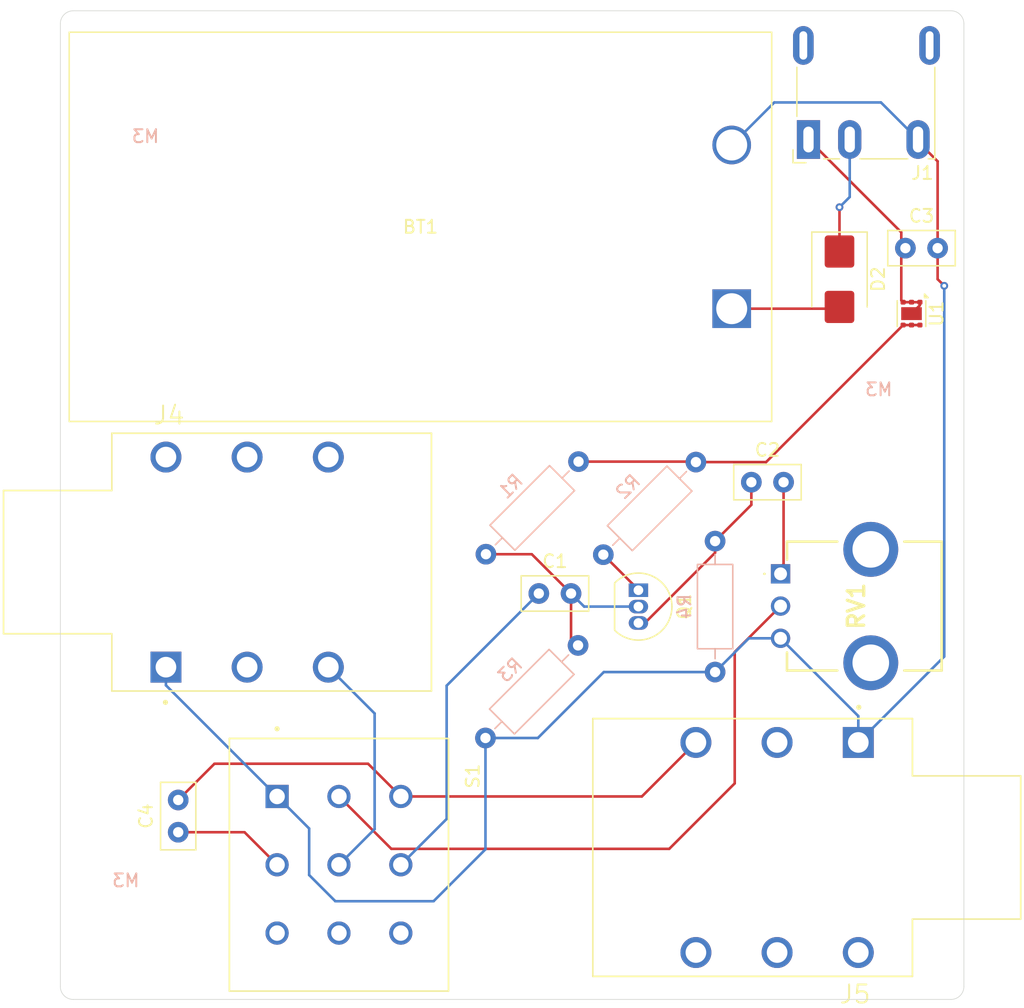
<source format=kicad_pcb>
(kicad_pcb (version 20241229) (generator "pcbnew") (generator_version "9.0")
  (title_block (title "Linear Power Booster") (date "2025-06-24") (rev "1") (company "Robert Thomas"))
  (layers (0 "F.Cu" signal) (2 "B.Cu" signal) (13 "F.Paste" user) (15 "B.Paste" user) (5 "F.SilkS" user "F.Silkscreen") (7 "B.SilkS" user "B.Silkscreen") (1 "F.Mask" user) (3 "B.Mask" user) (25 "Edge.Cuts" user))
  (net 0 "")
  (net 1 "Net-(BT1-+)")
  (net 2 "GND")
  (net 3 "Input_Signal")
  (net 4 "Net-(Q1-B)")
  (net 5 "Net-(Q1-E)")
  (net 6 "Net-(C3-Pad1)")
  (net 7 "Net-(C4-Pad2)")
  (net 8 "Net-(C4-Pad1)")
  (net 9 "Net-(D2-K)")
  (net 10 "Net-(Q1-C)")
  (net 11 "9V")
  (net 12 "Output_Signal")
  (net 20 "Net-(J4-Pad2)")
  (net 25 "Net-(RV1-CCW)")
  (footprint "Connector_BarrelJack:BarrelJack_CUI_PJ-079BH_Horizontal" (layer "F.Cu") (at 128.6165 41.916 180)
    (property "Reference" "J1" (at -9.8 -2.6 0) (layer "F.SilkS") (effects (justify right)))
    (property "Value" "9V")
    (fp_line (start 1.2 -1.8) (end 1.2 -0.8) (stroke (width 0.12)) (layer "F.SilkS"))
    (fp_line (start 1.2 -1.8) (end 0.2 -1.8) (stroke (width 0.12)) (layer "F.SilkS"))
    (fp_line (start 0.9 5.6) (end 0.9 1.8) (stroke (width 0.12)) (layer "F.SilkS"))
    (fp_line (start -1.2 -1.5) (end -2.4 -1.5) (stroke (width 0.12)) (layer "F.SilkS"))
    (fp_line (start -4 -1.5) (end -7.7 -1.5) (stroke (width 0.12)) (layer "F.SilkS"))
    (fp_line (start -9.3 -1.5) (end -9.8 -1.5) (stroke (width 0.12)) (layer "F.SilkS"))
    (fp_line (start -9.8 5.6) (end -9.8 -1.5) (stroke (width 0.12)) (layer "F.SilkS"))
    (pad "" np_thru_hole circle (at -3.2 6.3) (size 2.13 2.13) (drill 2.13) (layers "*.Cu" "*.Mask"))
    (pad "1" thru_hole rect (at 0 0) (size 1.8 3) (drill oval 0.8 2) (layers "*.Cu" "*.Mask") (net 6 "Net-(C3-Pad1)"))
    (pad "2" thru_hole oval (at -8.5 0) (size 1.8 3) (drill oval 0.8 2) (layers "*.Cu" "*.Mask") (net 2 "GND"))
    (pad "3" thru_hole oval (at -3.2 0) (size 1.8 3) (drill oval 0.8 2) (layers "*.Cu" "*.Mask") (net 9 "Net-(D2-K)"))
    (pad "SH" thru_hole oval (at -9.4 7.3) (size 1.6 3) (drill oval 0.6 2.2) (layers "*.Cu" "*.Mask"))
    (pad "SH" thru_hole oval (at 0.4 7.3) (size 1.6 3) (drill oval 0.6 2.2) (layers "*.Cu" "*.Mask"))
  )
  (footprint "Potentiometers PANEL CONTROL - 9MM-ST-CARBON:PTV09A4030FA104" (layer "F.Cu") (at 126.45 75.616 -90)
    (property "Reference" "RV1" (at 2.5 -5.875 90) (layer "F.SilkS") (effects (font (size 1.27 1.27) (thickness 0.254))))
    (property "Value" "100kΩ" (hide yes))
    (fp_line (start 0 1.3) (end 0 1.3) (stroke (width 0.1)) (layer "F.SilkS"))
    (fp_line (start 0 1.2) (end 0 1.2) (stroke (width 0.1)) (layer "F.SilkS"))
    (fp_line (start -2.5 -0.5) (end -1.1 -0.5) (stroke (width 0.2)) (layer "F.SilkS"))
    (fp_line (start 7.5 -0.5) (end 6.1 -0.5) (stroke (width 0.2)) (layer "F.SilkS"))
    (fp_line (start -2.5 -4.4) (end -2.5 -0.5) (stroke (width 0.2)) (layer "F.SilkS"))
    (fp_line (start 7.5 -4.4) (end 7.5 -0.5) (stroke (width 0.2)) (layer "F.SilkS"))
    (fp_line (start -2.5 -9.6) (end -2.5 -12.5) (stroke (width 0.2)) (layer "F.SilkS"))
    (fp_line (start -2.5 -12.5) (end 7.5 -12.5) (stroke (width 0.2)) (layer "F.SilkS"))
    (fp_line (start 7.5 -12.5) (end 7.5 -9.6) (stroke (width 0.2)) (layer "F.SilkS"))
    (fp_arc (start 0 1.3) (mid -0.05 1.25) (end 0 1.2) (stroke (width 0.1)) (layer "F.SilkS"))
    (fp_arc (start 0 1.2) (mid 0.05 1.25) (end 0 1.3) (stroke (width 0.1)) (layer "F.SilkS"))
    (pad "1" thru_hole rect (at 0 0 270) (size 1.5 1.5) (drill 1) (layers "*.Cu" "*.Mask") (net 25 "Net-(RV1-CCW)"))
    (pad "2" thru_hole circle (at 2.5 0 270) (size 1.5 1.5) (drill 1) (layers "*.Cu" "*.Mask") (net 12 "Output_Signal"))
    (pad "3" thru_hole circle (at 5 0 270) (size 1.5 1.5) (drill 1) (layers "*.Cu" "*.Mask") (net 2 "GND"))
    (pad "4" thru_hole circle (at -1.9 -7 270) (size 4.26 4.26) (drill 2.84) (layers "*.Cu" "*.Mask"))
    (pad "5" thru_hole circle (at 6.9 -7 270) (size 4.26 4.26) (drill 2.84) (layers "*.Cu" "*.Mask"))
  )
  (footprint "Capacitor_THT:C_Disc_D5.0mm_W2.5mm_P2.50mm" (layer "F.Cu") (at 136.1365 50.3445)
    (property "Reference" "C3" (at 1.25 -2.5 0) (layer "F.SilkS"))
    (property "Value" "1µF")
    (fp_line (start -1.37 -1.37) (end -1.37 1.37) (stroke (width 0.12)) (layer "F.SilkS"))
    (fp_line (start -1.37 -1.37) (end 3.87 -1.37) (stroke (width 0.12)) (layer "F.SilkS"))
    (fp_line (start -1.37 1.37) (end 3.87 1.37) (stroke (width 0.12)) (layer "F.SilkS"))
    (fp_line (start 3.87 -1.37) (end 3.87 1.37) (stroke (width 0.12)) (layer "F.SilkS"))
    (pad "1" thru_hole circle (at 0 0) (size 1.6 1.6) (drill 0.8) (layers "*.Cu" "*.Mask") (net 6 "Net-(C3-Pad1)"))
    (pad "2" thru_hole circle (at 2.5 0) (size 1.6 1.6) (drill 0.8) (layers "*.Cu" "*.Mask") (net 2 "GND"))
  )
  (footprint "Battery:BatteryHolder_Eagle_12BH611-GR" (layer "F.Cu") (at 122.66 55.042)
    (property "Reference" "BT1" (at -24.15 -6.35 0) (layer "F.SilkS"))
    (property "Value" "9V")
    (fp_line (start -51.4 -21.45) (end 3.1 -21.45) (stroke (width 0.12)) (layer "F.SilkS"))
    (fp_line (start -51.4 8.75) (end -51.4 -21.45) (stroke (width 0.12)) (layer "F.SilkS"))
    (fp_line (start 3.1 -21.45) (end 3.1 8.75) (stroke (width 0.12)) (layer "F.SilkS"))
    (fp_line (start 3.1 8.75) (end -51.4 8.75) (stroke (width 0.12)) (layer "F.SilkS"))
    (pad "" np_thru_hole circle (at -38.9 -17.45) (size 2.6 2.6) (drill 2.6) (layers "*.Cu" "*.Mask"))
    (pad "" np_thru_hole circle (at -24.15 4.75) (size 2.6 2.6) (drill 2.6) (layers "*.Cu" "*.Mask"))
    (pad "" np_thru_hole circle (at -10.9 -17.45) (size 2.6 2.6) (drill 2.6) (layers "*.Cu" "*.Mask"))
    (pad "1" thru_hole rect (at 0 0) (size 3 3) (drill 2.4) (layers "*.Cu" "*.Mask") (net 1 "Net-(BT1-+)"))
    (pad "2" thru_hole circle (at 0 -12.7) (size 3 3) (drill 2.4) (layers "*.Cu" "*.Mask") (net 2 "GND"))
  )
  (footprint "Capacitor_THT:C_Disc_D5.0mm_W2.5mm_P2.50mm" (layer "F.Cu") (at 107.694 77.14)
    (property "Reference" "C1" (at 1.25 -2.5 0) (layer "F.SilkS"))
    (property "Value" "100nF")
    (fp_line (start -1.37 -1.37) (end -1.37 1.37) (stroke (width 0.12)) (layer "F.SilkS"))
    (fp_line (start -1.37 -1.37) (end 3.87 -1.37) (stroke (width 0.12)) (layer "F.SilkS"))
    (fp_line (start -1.37 1.37) (end 3.87 1.37) (stroke (width 0.12)) (layer "F.SilkS"))
    (fp_line (start 3.87 -1.37) (end 3.87 1.37) (stroke (width 0.12)) (layer "F.SilkS"))
    (pad "1" thru_hole circle (at 0 0) (size 1.6 1.6) (drill 0.8) (layers "*.Cu" "*.Mask") (net 3 "Input_Signal"))
    (pad "2" thru_hole circle (at 2.5 0) (size 1.6 1.6) (drill 0.8) (layers "*.Cu" "*.Mask") (net 4 "Net-(Q1-B)"))
  )
  (footprint "AUDIO JACK, 6.35 MM, HORIZONTAL,:CUI_SJ-63073E" (layer "F.Cu") (at 132.482 96.8465 180)
    (property "Reference" "J5" (at 0.245 -11.389 0) (layer "F.SilkS") (effects (font (size 1.4 1.4))))
    (property "Value" "SJ-63073E")
    (fp_line (start 20.6 10) (end 20.6 -10) (stroke (width 0.127)) (layer "F.SilkS"))
    (fp_line (start 20.6 -10) (end -4.2 -10) (stroke (width 0.127)) (layer "F.SilkS"))
    (fp_line (start -4.2 10) (end 20.6 10) (stroke (width 0.127)) (layer "F.SilkS"))
    (fp_line (start -4.2 5.55625) (end -4.2 10) (stroke (width 0.127)) (layer "F.SilkS"))
    (fp_line (start -4.2 -5.55625) (end -12.6 -5.55625) (stroke (width 0.127)) (layer "F.SilkS"))
    (fp_line (start -4.2 -10) (end -4.2 -5.55625) (stroke (width 0.127)) (layer "F.SilkS"))
    (fp_line (start -12.6 5.55625) (end -4.2 5.55625) (stroke (width 0.127)) (layer "F.SilkS"))
    (fp_line (start -12.6 -5.55625) (end -12.6 5.55625) (stroke (width 0.127)) (layer "F.SilkS"))
    (fp_circle (center -0.04 10.88) (end 0.06 10.88) (stroke (width 0.2)) (fill no) (layer "F.SilkS"))
    (pad "1" thru_hole rect (at 0 8.15 180) (size 2.4 2.4) (drill 1.6) (layers "*.Cu" "*.Mask") (net 2 "GND"))
    (pad "2" thru_hole circle (at 12.6 8.15 180) (size 2.4 2.4) (drill 1.6) (layers "*.Cu" "*.Mask") (net 7 "Net-(C4-Pad2)"))
    (pad "3" thru_hole circle (at 6.3 8.15 180) (size 2.4 2.4) (drill 1.6) (layers "*.Cu" "*.Mask"))
    (pad "4" thru_hole circle (at 0 -8.15 180) (size 2.4 2.4) (drill 1.6) (layers "*.Cu" "*.Mask"))
    (pad "5" thru_hole circle (at 12.6 -8.15 180) (size 2.4 2.4) (drill 1.6) (layers "*.Cu" "*.Mask"))
    (pad "6" thru_hole circle (at 6.3 -8.15 180) (size 2.4 2.4) (drill 1.6) (layers "*.Cu" "*.Mask"))
  )
  (footprint "Capacitor_THT:C_Disc_D5.0mm_W2.5mm_P2.50mm" (layer "F.Cu") (at 79.714 95.662 90)
    (property "Reference" "C4" (at 1.25 -2.5 90) (layer "F.SilkS"))
    (property "Value" "100nF")
    (fp_line (start 3.87 -1.37) (end 3.87 1.37) (stroke (width 0.12)) (layer "F.SilkS"))
    (fp_line (start -1.37 -1.37) (end 3.87 -1.37) (stroke (width 0.12)) (layer "F.SilkS"))
    (fp_line (start -1.37 -1.37) (end -1.37 1.37) (stroke (width 0.12)) (layer "F.SilkS"))
    (fp_line (start -1.37 1.37) (end 3.87 1.37) (stroke (width 0.12)) (layer "F.SilkS"))
    (pad "1" thru_hole circle (at 0 0 90) (size 1.6 1.6) (drill 0.8) (layers "*.Cu" "*.Mask") (net 8 "Net-(C4-Pad1)"))
    (pad "2" thru_hole circle (at 2.5 0 90) (size 1.6 1.6) (drill 0.8) (layers "*.Cu" "*.Mask") (net 7 "Net-(C4-Pad2)"))
  )
  (footprint "Package_TO_SOT_THT:TO-92_Inline" (layer "F.Cu") (at 115.422 76.886 -90)
    (property "Reference" "Q1" (at 1.27 -3.56 90) (layer "F.SilkS"))
    (property "Value" "NPN")
    (fp_line (start -0.53 1.85) (end 3.07 1.85) (stroke (width 0.12)) (layer "F.SilkS"))
    (fp_arc (start -0.568478 1.838478) (mid -1.132087 -0.994977) (end 1.27 -2.6) (stroke (width 0.12)) (layer "F.SilkS"))
    (fp_arc (start 1.27 -2.6) (mid 3.672087 -0.994977) (end 3.108478 1.838478) (stroke (width 0.12)) (layer "F.SilkS"))
    (pad "1" thru_hole rect (at 0 0 270) (size 1.05 1.5) (drill 0.75) (layers "*.Cu" "*.Mask") (net 10 "Net-(Q1-C)"))
    (pad "2" thru_hole oval (at 1.27 0 270) (size 1.05 1.5) (drill 0.75) (layers "*.Cu" "*.Mask") (net 4 "Net-(Q1-B)"))
    (pad "3" thru_hole oval (at 2.54 0 270) (size 1.05 1.5) (drill 0.75) (layers "*.Cu" "*.Mask") (net 5 "Net-(Q1-E)"))
  )
  (footprint "Diode_SMD:D_SMB" (layer "F.Cu") (at 131.022 52.756 -90)
    (property "Reference" "D2" (at 0 -3 90) (layer "F.SilkS"))
    (property "Value" "0.3V")
    (fp_line (start -3.66 2.15) (end 2.15 2.15) (stroke (width 0.12)) (layer "F.SilkS"))
    (fp_line (start -3.66 -2.15) (end -3.66 2.15) (stroke (width 0.12)) (layer "F.SilkS"))
    (fp_line (start -3.66 -2.15) (end 2.15 -2.15) (stroke (width 0.12)) (layer "F.SilkS"))
    (pad "1" smd roundrect (at -2.15 0 270) (size 2.5 2.3) (layers "F.Cu" "F.Mask" "F.Paste") (roundrect_rratio 0.1086956522) (net 9 "Net-(D2-K)"))
    (pad "2" smd roundrect (at 2.15 0 270) (size 2.5 2.3) (layers "F.Cu" "F.Mask" "F.Paste") (roundrect_rratio 0.1086956522) (net 1 "Net-(BT1-+)"))
  )
  (footprint "Stomp_Switch:SW_FS57003PLT2B2M2QE" (layer "F.Cu") (at 92.186 98.188 -90)
    (property "Reference" "S1" (at -6.875 -10.385 90) (layer "F.SilkS"))
    (property "Value" "FS57003PLT2B2M2QE")
    (fp_line (start -9.8 8.5) (end 9.8 8.5) (stroke (width 0.127)) (layer "F.SilkS"))
    (fp_line (start 9.8 8.5) (end 9.8 -8.5) (stroke (width 0.127)) (layer "F.SilkS"))
    (fp_line (start -9.8 -8.5) (end -9.8 8.5) (stroke (width 0.127)) (layer "F.SilkS"))
    (fp_line (start 9.8 -8.5) (end -9.8 -8.5) (stroke (width 0.127)) (layer "F.SilkS"))
    (fp_circle (center -10.55 4.8) (end -10.45 4.8) (stroke (width 0.2)) (fill no) (layer "F.SilkS"))
    (pad "1" thru_hole rect (at -5.3 4.8 270) (size 1.8 1.8) (drill 1.2) (layers "*.Cu" "*.Mask") (net 2 "GND"))
    (pad "2" thru_hole circle (at -5.3 0 270) (size 1.8 1.8) (drill 1.2) (layers "*.Cu" "*.Mask") (net 12 "Output_Signal"))
    (pad "3" thru_hole circle (at -5.3 -4.8 270) (size 1.8 1.8) (drill 1.2) (layers "*.Cu" "*.Mask") (net 7 "Net-(C4-Pad2)"))
    (pad "4" thru_hole circle (at 0 4.8 270) (size 1.8 1.8) (drill 1.2) (layers "*.Cu" "*.Mask") (net 8 "Net-(C4-Pad1)"))
    (pad "5" thru_hole circle (at 0 0 270) (size 1.8 1.8) (drill 1.2) (layers "*.Cu" "*.Mask") (net 20 "Net-(J4-Pad2)"))
    (pad "6" thru_hole circle (at 0 -4.8 270) (size 1.8 1.8) (drill 1.2) (layers "*.Cu" "*.Mask") (net 3 "Input_Signal"))
    (pad "7" thru_hole circle (at 5.3 4.8 270) (size 1.8 1.8) (drill 1.2) (layers "*.Cu" "*.Mask"))
    (pad "8" thru_hole circle (at 5.3 0 270) (size 1.8 1.8) (drill 1.2) (layers "*.Cu" "*.Mask"))
    (pad "9" thru_hole circle (at 5.3 -4.8 270) (size 1.8 1.8) (drill 1.2) (layers "*.Cu" "*.Mask"))
  )
  (footprint "MountingHole:MountingHole_3.2mm_M3" (layer "F.Cu") (at 75.65 103.556)
    (property "Reference" "M3" (at 0 -4.15 180) (layer "B.SilkS") (effects (justify mirror)))
    (property "Value" "MountingHole_3.2mm_M3" (hide yes))
    (pad "" np_thru_hole circle (at 0 0) (size 3.2 3.2) (drill 3.2) (layers "*.Cu" "*.Mask"))
  )
  (footprint "AUDIO JACK, 6.35 MM, HORIZONTAL,:CUI_SJ-63073E" (layer "F.Cu") (at 78.762 74.7055)
    (property "Reference" "J4" (at 0.245 -11.389 0) (layer "F.SilkS") (effects (font (size 1.4 1.4))))
    (property "Value" "SJ-63073E")
    (fp_line (start -12.6 -5.55625) (end -12.6 5.55625) (stroke (width 0.127)) (layer "F.SilkS"))
    (fp_line (start -12.6 5.55625) (end -4.2 5.55625) (stroke (width 0.127)) (layer "F.SilkS"))
    (fp_line (start -4.2 -10) (end -4.2 -5.55625) (stroke (width 0.127)) (layer "F.SilkS"))
    (fp_line (start -4.2 -5.55625) (end -12.6 -5.55625) (stroke (width 0.127)) (layer "F.SilkS"))
    (fp_line (start -4.2 5.55625) (end -4.2 10) (stroke (width 0.127)) (layer "F.SilkS"))
    (fp_line (start -4.2 10) (end 20.6 10) (stroke (width 0.127)) (layer "F.SilkS"))
    (fp_line (start 20.6 -10) (end -4.2 -10) (stroke (width 0.127)) (layer "F.SilkS"))
    (fp_line (start 20.6 10) (end 20.6 -10) (stroke (width 0.127)) (layer "F.SilkS"))
    (fp_circle (center -0.04 10.88) (end 0.06 10.88) (stroke (width 0.2)) (fill no) (layer "F.SilkS"))
    (pad "1" thru_hole rect (at 0 8.15) (size 2.4 2.4) (drill 1.6) (layers "*.Cu" "*.Mask") (net 2 "GND"))
    (pad "2" thru_hole circle (at 12.6 8.15) (size 2.4 2.4) (drill 1.6) (layers "*.Cu" "*.Mask") (net 20 "Net-(J4-Pad2)"))
    (pad "3" thru_hole circle (at 6.3 8.15) (size 2.4 2.4) (drill 1.6) (layers "*.Cu" "*.Mask"))
    (pad "4" thru_hole circle (at 0 -8.15) (size 2.4 2.4) (drill 1.6) (layers "*.Cu" "*.Mask"))
    (pad "5" thru_hole circle (at 12.6 -8.15) (size 2.4 2.4) (drill 1.6) (layers "*.Cu" "*.Mask"))
    (pad "6" thru_hole circle (at 6.3 -8.15) (size 2.4 2.4) (drill 1.6) (layers "*.Cu" "*.Mask"))
  )
  (footprint "MountingHole:MountingHole_3.2mm_M3" (layer "F.Cu") (at 134.07 65.456)
    (property "Reference" "M3" (at 0 -4.15 180) (layer "B.SilkS") (effects (justify mirror)))
    (property "Value" "MountingHole_3.2mm_M3" (hide yes))
    (pad "" np_thru_hole circle (at 0 0) (size 3.2 3.2) (drill 3.2) (layers "*.Cu" "*.Mask"))
  )
  (footprint "Package_SON:WSON-6-1EP_2x2mm_P0.65mm_EP1x1.6mm" (layer "F.Cu") (at 136.61 55.4245 -90)
    (property "Reference" "U1" (at 0 -1.95 90) (layer "F.SilkS"))
    (property "Value" "9V")
    (fp_line (start -1 1.11) (end 1 1.11) (stroke (width 0.12)) (layer "F.SilkS"))
    (fp_line (start -1 -1.11) (end 1 -1.11) (stroke (width 0.12)) (layer "F.SilkS"))
    (fp_poly (pts (xy -1.24 -1.01) (xy -1.52 -1.01) (xy -1.24 -1.29)) (stroke (width 0.12)) (fill yes) (layer "F.SilkS"))
    (pad "1" smd roundrect (at -0.8875 -0.65 270) (size 0.375 0.4) (layers "F.Cu" "F.Mask" "F.Paste") (net 6 "Net-(C3-Pad1)"))
    (pad "2" smd roundrect (at -0.8875 0 270) (size 0.375 0.4) (layers "F.Cu" "F.Mask" "F.Paste") (net 6 "Net-(C3-Pad1)"))
    (pad "3" smd roundrect (at -0.8875 0.65 270) (size 0.375 0.4) (layers "F.Cu" "F.Mask" "F.Paste") (net 6 "Net-(C3-Pad1)"))
    (pad "4" smd roundrect (at 0.8875 0.65 270) (size 0.375 0.4) (layers "F.Cu" "F.Mask" "F.Paste") (net 11 "9V"))
    (pad "5" smd roundrect (at 0.8875 0 270) (size 0.375 0.4) (layers "F.Cu" "F.Mask" "F.Paste") (net 11 "9V"))
    (pad "6" smd roundrect (at 0.8875 -0.65 270) (size 0.375 0.4) (layers "F.Cu" "F.Mask" "F.Paste") (net 11 "9V"))
    (pad "7" smd rect (at 0 0 270) (size 1 1.6) (property pad_prop_heatsink) (layers "F.Cu" "F.Mask") (net 6 "Net-(C3-Pad1)"))
  )
  (footprint "Capacitor_THT:C_Disc_D5.0mm_W2.5mm_P2.50mm" (layer "F.Cu") (at 124.184 68.504)
    (property "Reference" "C2" (at 1.25 -2.5 0) (layer "F.SilkS"))
    (property "Value" "100nF")
    (fp_line (start -1.37 -1.37) (end -1.37 1.37) (stroke (width 0.12)) (layer "F.SilkS"))
    (fp_line (start -1.37 -1.37) (end 3.87 -1.37) (stroke (width 0.12)) (layer "F.SilkS"))
    (fp_line (start -1.37 1.37) (end 3.87 1.37) (stroke (width 0.12)) (layer "F.SilkS"))
    (fp_line (start 3.87 -1.37) (end 3.87 1.37) (stroke (width 0.12)) (layer "F.SilkS"))
    (pad "1" thru_hole circle (at 0 0) (size 1.6 1.6) (drill 0.8) (layers "*.Cu" "*.Mask") (net 5 "Net-(Q1-E)"))
    (pad "2" thru_hole circle (at 2.5 0) (size 1.6 1.6) (drill 0.8) (layers "*.Cu" "*.Mask") (net 25 "Net-(RV1-CCW)"))
  )
  (footprint "MountingHole:MountingHole_3.2mm_M3" (layer "B.Cu") (at 77.174 37.516)
    (property "Reference" "M3" (at 0 4.15 180) (layer "B.SilkS") (effects (justify mirror)))
    (property "Value" "MountingHole_3.2mm_M3" (hide yes))
    (pad "" np_thru_hole circle (at 0 0) (size 3.2 3.2) (drill 3.2) (layers "*.Cu" "*.Mask"))
  )
  (footprint "Resistor_THT:R_Axial_DIN0207_L6.3mm_D2.5mm_P10.16mm_Horizontal" (layer "B.Cu") (at 121.37 73.076 -90)
    (property "Reference" "R4" (at 5.08 2.370001 90) (layer "B.SilkS") (effects (justify mirror)))
    (property "Value" "390Ω")
    (fp_line (start 1.04 0) (end 1.81 0) (stroke (width 0.12)) (layer "B.SilkS"))
    (fp_line (start 9.12 0) (end 8.350001 0) (stroke (width 0.12)) (layer "B.SilkS"))
    (fp_poly (pts (xy 1.81 1.37) (xy 1.81 -1.37) (xy 8.35 -1.37) (xy 8.35 1.37)) (stroke (width 0.12)) (fill no) (layer "B.SilkS"))
    (pad "1" thru_hole circle (at 0 0 270) (size 1.6 1.6) (drill 0.8) (layers "*.Cu" "*.Mask") (net 5 "Net-(Q1-E)"))
    (pad "2" thru_hole circle (at 10.16 0 270) (size 1.6 1.6) (drill 0.8) (layers "*.Cu" "*.Mask") (net 2 "GND"))
  )
  (footprint "Resistor_THT:R_Axial_DIN0207_L6.3mm_D2.5mm_P10.16mm_Horizontal" (layer "B.Cu") (at 110.774205 66.907795 -135)
    (property "Reference" "R1" (at 5.08 2.370001 45) (layer "B.SilkS") (effects (justify mirror)))
    (property "Value" "430kΩ")
    (fp_line (start 9.12 0) (end 8.350001 0) (stroke (width 0.12)) (layer "B.SilkS"))
    (fp_line (start 1.04 0) (end 1.81 0) (stroke (width 0.12)) (layer "B.SilkS"))
    (fp_poly (pts (xy 1.81 1.37) (xy 1.81 -1.37) (xy 8.35 -1.37) (xy 8.35 1.37)) (stroke (width 0.12)) (fill no) (layer "B.SilkS"))
    (pad "1" thru_hole circle (at 0 0 225) (size 1.6 1.6) (drill 0.8) (layers "*.Cu" "*.Mask") (net 11 "9V"))
    (pad "2" thru_hole circle (at 10.16 0 225) (size 1.6 1.6) (drill 0.8) (layers "*.Cu" "*.Mask") (net 4 "Net-(Q1-B)"))
  )
  (footprint "Resistor_THT:R_Axial_DIN0207_L6.3mm_D2.5mm_P10.16mm_Horizontal" (layer "B.Cu") (at 119.882103 66.943898 -135)
    (property "Reference" "R2" (at 5.08 2.370001 45) (layer "B.SilkS") (effects (justify mirror)))
    (property "Value" "10kΩ")
    (fp_line (start 9.12 0) (end 8.350001 0) (stroke (width 0.12)) (layer "B.SilkS"))
    (fp_line (start 1.04 0) (end 1.81 0) (stroke (width 0.12)) (layer "B.SilkS"))
    (fp_poly (pts (xy 1.81 1.37) (xy 1.81 -1.37) (xy 8.35 -1.37) (xy 8.35 1.37)) (stroke (width 0.12)) (fill no) (layer "B.SilkS"))
    (pad "1" thru_hole circle (at 0 0 225) (size 1.6 1.6) (drill 0.8) (layers "*.Cu" "*.Mask") (net 11 "9V"))
    (pad "2" thru_hole circle (at 10.16 0 225) (size 1.6 1.6) (drill 0.8) (layers "*.Cu" "*.Mask") (net 10 "Net-(Q1-C)"))
  )
  (footprint "Resistor_THT:R_Axial_DIN0207_L6.3mm_D2.5mm_P10.16mm_Horizontal" (layer "B.Cu") (at 110.738103 81.167898 -135)
    (property "Reference" "R3" (at 5.08 2.370001 45) (layer "B.SilkS") (effects (justify mirror)))
    (property "Value" "43kΩ")
    (fp_line (start 9.12 0) (end 8.350001 0) (stroke (width 0.12)) (layer "B.SilkS"))
    (fp_line (start 1.04 0) (end 1.81 0) (stroke (width 0.12)) (layer "B.SilkS"))
    (fp_poly (pts (xy 1.81 1.37) (xy 1.81 -1.37) (xy 8.35 -1.37) (xy 8.35 1.37)) (stroke (width 0.12)) (fill no) (layer "B.SilkS"))
    (pad "1" thru_hole circle (at 0 0 225) (size 1.6 1.6) (drill 0.8) (layers "*.Cu" "*.Mask") (net 4 "Net-(Q1-B)"))
    (pad "2" thru_hole circle (at 10.16 0 225) (size 1.6 1.6) (drill 0.8) (layers "*.Cu" "*.Mask") (net 2 "GND"))
  )
  (gr_arc (start 71.57 108.636) (mid 70.862893 108.343107) (end 70.57 107.636) (stroke (width 0.05)) (layer "Edge.Cuts"))
  (gr_arc (start 140.674 107.636) (mid 140.381107 108.343107) (end 139.674 108.636) (stroke (width 0.05)) (layer "Edge.Cuts"))
  (gr_line (start 139.674 108.636) (end 71.57 108.636) (stroke (width 0.05)) (layer "Edge.Cuts"))
  (gr_line (start 140.674 32.928) (end 140.674 107.636) (stroke (width 0.05)) (layer "Edge.Cuts"))
  (gr_line (start 70.57 107.636) (end 70.57 32.928) (stroke (width 0.05)) (layer "Edge.Cuts"))
  (gr_line (start 71.57 31.928) (end 139.674 31.928) (stroke (width 0.05)) (layer "Edge.Cuts"))
  (gr_arc (start 70.57 32.928) (mid 70.862893 32.220893) (end 71.57 31.928) (stroke (width 0.05)) (layer "Edge.Cuts"))
  (gr_arc (start 139.674 31.928) (mid 140.381107 32.220893) (end 140.674 32.928) (stroke (width 0.05)) (layer "Edge.Cuts"))
  (segment (start 122.66 55.042) (end 130.886 55.042) (width 0.2) (layer "F.Cu") (net 1))
  (segment (start 130.886 55.042) (end 131.022 54.906) (width 0.2) (layer "F.Cu") (net 1))
  (segment (start 138.6365 43.6065) (end 138.6365 50.3445) (width 0.2) (layer "F.Cu") (net 2))
  (segment (start 137.1165 41.916) (end 137.1165 42.0865) (width 0.2) (layer "F.Cu") (net 2))
  (segment (start 137.1165 42.0865) (end 138.6365 43.6065) (width 0.2) (layer "F.Cu") (net 2))
  (segment (start 138.6365 52.752) (end 139.15 53.2655) (width 0.2) (layer "F.Cu") (net 2))
  (segment (start 136.4565 42.576) (end 137.1165 41.916) (width 0.2) (layer "F.Cu") (net 2))
  (segment (start 138.6365 50.3445) (end 138.6365 52.752) (width 0.2) (layer "F.Cu") (net 2))
  (via (at 139.15 53.2655) (size 0.6) (drill 0.3) (layers "F.Cu" "B.Cu") (net 2))
  (segment (start 89.874 95.376) (end 89.874 98.984) (width 0.2) (layer "B.Cu") (net 2))
  (segment (start 132.482 86.648) (end 132.482 88.6965) (width 0.2) (layer "B.Cu") (net 2))
  (segment (start 126.45 80.616) (end 132.482 86.648) (width 0.2) (layer "B.Cu") (net 2))
  (segment (start 103.553898 96.988102) (end 103.553898 88.352103) (width 0.2) (layer "B.Cu") (net 2))
  (segment (start 123.99 80.616) (end 121.37 83.236) (width 0.2) (layer "B.Cu") (net 2))
  (segment (start 132.482 88.6965) (end 139.15 82.0285) (width 0.2) (layer "B.Cu") (net 2))
  (segment (start 125.962 39.04) (end 134.2405 39.04) (width 0.2) (layer "B.Cu") (net 2))
  (segment (start 89.874 98.984) (end 91.906 101.016) (width 0.2) (layer "B.Cu") (net 2))
  (segment (start 91.906 101.016) (end 99.526 101.016) (width 0.2) (layer "B.Cu") (net 2))
  (segment (start 112.734 83.236) (end 107.617897 88.352103) (width 0.2) (layer "B.Cu") (net 2))
  (segment (start 107.617897 88.352103) (end 103.553898 88.352103) (width 0.2) (layer "B.Cu") (net 2))
  (segment (start 126.45 80.616) (end 123.99 80.616) (width 0.2) (layer "B.Cu") (net 2))
  (segment (start 87.386 92.888) (end 89.874 95.376) (width 0.2) (layer "B.Cu") (net 2))
  (segment (start 132.3285 88.6965) (end 132.482 88.6965) (width 0.2) (layer "B.Cu") (net 2))
  (segment (start 78.762 82.8555) (end 78.762 84.264) (width 0.2) (layer "B.Cu") (net 2))
  (segment (start 136.508687 42.523813) (end 137.1165 41.916) (width 0.2) (layer "B.Cu") (net 2))
  (segment (start 78.762 84.264) (end 87.386 92.888) (width 0.2) (layer "B.Cu") (net 2))
  (segment (start 122.66 42.342) (end 125.962 39.04) (width 0.2) (layer "B.Cu") (net 2))
  (segment (start 134.2405 39.04) (end 137.1165 41.916) (width 0.2) (layer "B.Cu") (net 2))
  (segment (start 121.37 83.236) (end 112.734 83.236) (width 0.2) (layer "B.Cu") (net 2))
  (segment (start 139.15 82.0285) (end 139.15 53.2655) (width 0.2) (layer "B.Cu") (net 2))
  (segment (start 99.526 101.016) (end 103.553898 96.988102) (width 0.2) (layer "B.Cu") (net 2))
  (segment (start 96.986 98.188) (end 100.542 94.632) (width 0.2) (layer "B.Cu") (net 3))
  (segment (start 100.542 84.292) (end 107.694 77.14) (width 0.2) (layer "B.Cu") (net 3))
  (segment (start 100.542 94.632) (end 100.542 84.292) (width 0.2) (layer "B.Cu") (net 3))
  (segment (start 103.59 74.092) (end 107.146 74.092) (width 0.2) (layer "F.Cu") (net 4))
  (segment (start 110.194 77.14) (end 110.194 80.623795) (width 0.2) (layer "F.Cu") (net 4))
  (segment (start 110.194 80.623795) (end 110.738103 81.167898) (width 0.2) (layer "F.Cu") (net 4))
  (segment (start 107.146 74.092) (end 110.194 77.14) (width 0.2) (layer "F.Cu") (net 4))
  (segment (start 111.21 78.156) (end 115.422 78.156) (width 0.2) (layer "B.Cu") (net 4))
  (segment (start 110.194 77.14) (end 111.21 78.156) (width 0.2) (layer "B.Cu") (net 4))
  (segment (start 124.184 70.262) (end 121.37 73.076) (width 0.2) (layer "F.Cu") (net 5))
  (segment (start 121.37 73.978) (end 121.37 73.076) (width 0.2) (layer "F.Cu") (net 5))
  (segment (start 115.422 79.426) (end 115.922 79.426) (width 0.2) (layer "F.Cu") (net 5))
  (segment (start 124.184 68.504) (end 124.184 70.262) (width 0.2) (layer "F.Cu") (net 5))
  (segment (start 115.922 79.426) (end 121.37 73.978) (width 0.2) (layer "F.Cu") (net 5))
  (segment (start 135.96 54.537) (end 136.61 54.537) (width 0.2) (layer "F.Cu") (net 6))
  (segment (start 136.61 54.537) (end 137.26 54.537) (width 0.2) (layer "F.Cu") (net 6))
  (segment (start 137.26 54.7745) (end 136.61 55.4245) (width 0.2) (layer "F.Cu") (net 6))
  (segment (start 135.8165 54.3935) (end 135.96 54.537) (width 0.2) (layer "F.Cu") (net 6))
  (segment (start 128.6165 41.916) (end 135.8165 49.116) (width 0.2) (layer "F.Cu") (net 6))
  (segment (start 135.8165 49.116) (end 135.8165 50.3445) (width 0.2) (layer "F.Cu") (net 6))
  (segment (start 137.26 54.537) (end 137.26 54.7745) (width 0.2) (layer "F.Cu") (net 6))
  (segment (start 135.8165 50.3445) (end 135.8165 54.3935) (width 0.2) (layer "F.Cu") (net 6))
  (segment (start 136.4565 50.572) (end 136.4565 50.3445) (width 0.2) (layer "F.Cu") (net 6))
  (segment (start 119.882 88.6965) (end 115.6905 92.888) (width 0.2) (layer "F.Cu") (net 7))
  (segment (start 79.714 93.162) (end 82.528 90.348) (width 0.2) (layer "F.Cu") (net 7))
  (segment (start 94.446 90.348) (end 96.986 92.888) (width 0.2) (layer "F.Cu") (net 7))
  (segment (start 82.528 90.348) (end 94.446 90.348) (width 0.2) (layer "F.Cu") (net 7))
  (segment (start 115.6905 92.888) (end 96.986 92.888) (width 0.2) (layer "F.Cu") (net 7))
  (segment (start 79.714 95.662) (end 84.86 95.662) (width 0.2) (layer "F.Cu") (net 8))
  (segment (start 84.86 95.662) (end 87.386 98.188) (width 0.2) (layer "F.Cu") (net 8))
  (segment (start 131.022 50.606) (end 131.022 47.168) (width 0.2) (layer "F.Cu") (net 9))
  (via (at 131.022 47.168) (size 0.6) (drill 0.3) (layers "F.Cu" "B.Cu") (net 9))
  (segment (start 131.8165 46.3735) (end 131.8165 41.916) (width 0.2) (layer "B.Cu") (net 9))
  (segment (start 131.022 47.168) (end 131.8165 46.3735) (width 0.2) (layer "B.Cu") (net 9))
  (segment (start 115.422 76.852205) (end 115.422 76.886) (width 0.2) (layer "F.Cu") (net 10))
  (segment (start 112.697898 74.128103) (end 115.422 76.852205) (width 0.2) (layer "F.Cu") (net 10))
  (segment (start 135.96 56.312) (end 136.61 56.312) (width 0.2) (layer "F.Cu") (net 11))
  (segment (start 125.328102 66.943898) (end 135.96 56.312) (width 0.2) (layer "F.Cu") (net 11))
  (segment (start 119.882103 66.943898) (end 125.328102 66.943898) (width 0.2) (layer "F.Cu") (net 11))
  (segment (start 136.61 56.312) (end 137.26 56.312) (width 0.2) (layer "F.Cu") (net 11))
  (segment (start 110.774205 66.907795) (end 119.846 66.907795) (width 0.2) (layer "F.Cu") (net 11))
  (segment (start 119.846 66.907795) (end 119.882103 66.943898) (width 0.2) (layer "F.Cu") (net 11))
  (segment (start 96.25 96.952) (end 92.186 92.888) (width 0.2) (layer "F.Cu") (net 12))
  (segment (start 122.894 91.872) (end 117.814 96.952) (width 0.2) (layer "F.Cu") (net 12))
  (segment (start 117.814 96.952) (end 96.25 96.952) (width 0.2) (layer "F.Cu") (net 12))
  (segment (start 122.894 81.672) (end 122.894 91.872) (width 0.2) (layer "F.Cu") (net 12))
  (segment (start 126.45 78.116) (end 122.894 81.672) (width 0.2) (layer "F.Cu") (net 12))
  (segment (start 91.362 82.8555) (end 94.954 86.4475) (width 0.2) (layer "B.Cu") (net 20))
  (segment (start 94.954 95.42) (end 92.186 98.188) (width 0.2) (layer "B.Cu") (net 20))
  (segment (start 94.954 86.4475) (end 94.954 95.42) (width 0.2) (layer "B.Cu") (net 20))
  (segment (start 126.684 74.874) (end 126.684 68.504) (width 0.2) (layer "F.Cu") (net 25))
  (segment (start 126.45 75.616) (end 126.45 75.108) (width 0.2) (layer "F.Cu") (net 25))
  (segment (start 126.45 75.108) (end 126.684 74.874) (width 0.2) (layer "F.Cu") (net 25))
)
</source>
